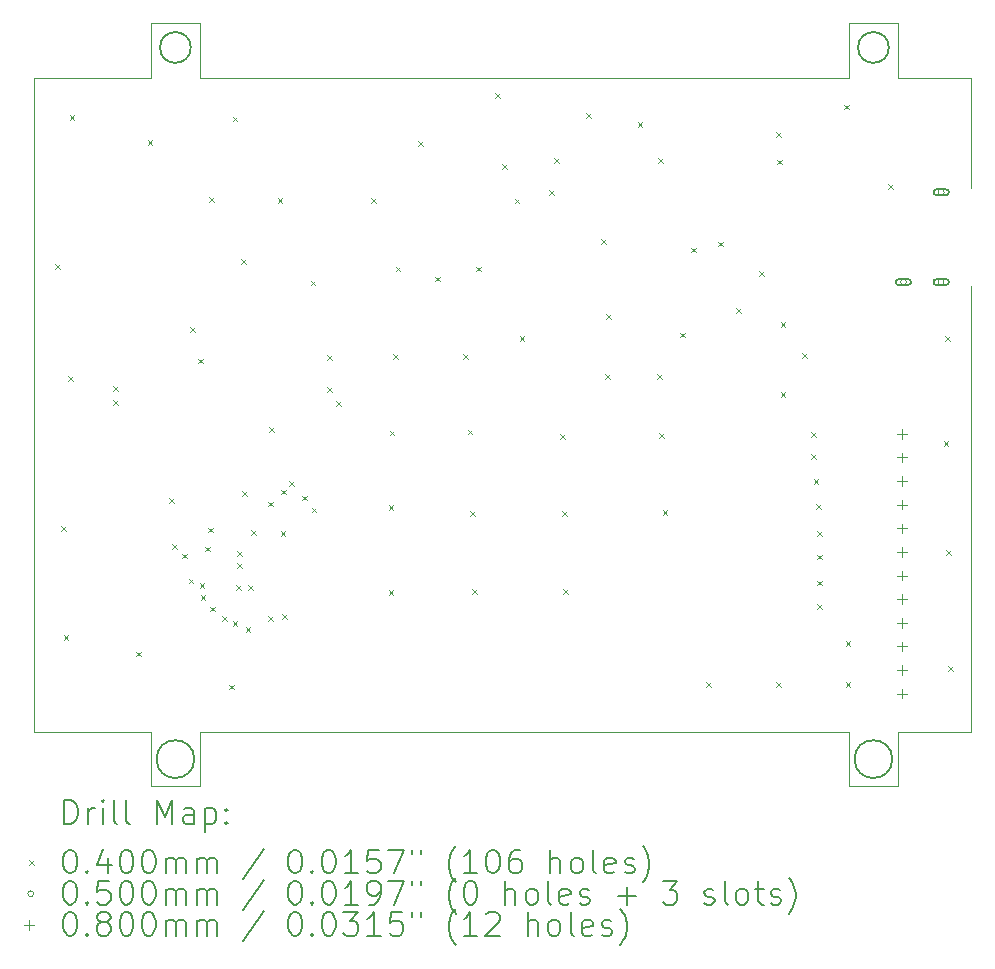
<source format=gbr>
%TF.GenerationSoftware,KiCad,Pcbnew,7.0.3*%
%TF.CreationDate,2023-06-15T19:22:04+02:00*%
%TF.ProjectId,osc_v2,6f73635f-7632-42e6-9b69-6361645f7063,rev?*%
%TF.SameCoordinates,Original*%
%TF.FileFunction,Drillmap*%
%TF.FilePolarity,Positive*%
%FSLAX45Y45*%
G04 Gerber Fmt 4.5, Leading zero omitted, Abs format (unit mm)*
G04 Created by KiCad (PCBNEW 7.0.3) date 2023-06-15 19:22:04*
%MOMM*%
%LPD*%
G01*
G04 APERTURE LIST*
%ADD10C,0.100000*%
%ADD11C,0.200000*%
%ADD12C,0.040000*%
%ADD13C,0.050000*%
%ADD14C,0.080000*%
G04 APERTURE END LIST*
D10*
X8016500Y-10680000D02*
X8016500Y-10220000D01*
X8015500Y-16681000D02*
X8015500Y-16221000D01*
D11*
X14290500Y-16450000D02*
G75*
G03*
X14290500Y-16450000I-160000J0D01*
G01*
D10*
X13925500Y-16221000D02*
X8425500Y-16221000D01*
X14955500Y-16221000D02*
X14335500Y-16221000D01*
D11*
X14260500Y-10425000D02*
G75*
G03*
X14260500Y-10425000I-130000J0D01*
G01*
D10*
X14954500Y-12441000D02*
X14955500Y-16221000D01*
X13926500Y-10220000D02*
X14336500Y-10220000D01*
X8425500Y-16221000D02*
X8425500Y-16681000D01*
D11*
X8380500Y-16450000D02*
G75*
G03*
X8380500Y-16450000I-160000J0D01*
G01*
D10*
X8015500Y-16221000D02*
X7025500Y-16220000D01*
X13925500Y-16681000D02*
X13925500Y-16221000D01*
X14954500Y-11611000D02*
X14954500Y-10681000D01*
X14335500Y-16681000D02*
X13925500Y-16681000D01*
D11*
X8350500Y-10425000D02*
G75*
G03*
X8350500Y-10425000I-130000J0D01*
G01*
D10*
X8426500Y-10220000D02*
X8426500Y-10680000D01*
X13926500Y-10680000D02*
X13926500Y-10220000D01*
X8425500Y-16681000D02*
X8015500Y-16681000D01*
X8016500Y-10220000D02*
X8426500Y-10220000D01*
X14336500Y-10220000D02*
X14336500Y-10680000D01*
X7025500Y-16220000D02*
X7026500Y-10680000D01*
X14335500Y-16221000D02*
X14335500Y-16681000D01*
X14336500Y-10680000D02*
X14954500Y-10681000D01*
X7026500Y-10680000D02*
X8016500Y-10680000D01*
X8426500Y-10680000D02*
X13926500Y-10680000D01*
D11*
D12*
X7205500Y-12260000D02*
X7245500Y-12300000D01*
X7245500Y-12260000D02*
X7205500Y-12300000D01*
X7255500Y-14480000D02*
X7295500Y-14520000D01*
X7295500Y-14480000D02*
X7255500Y-14520000D01*
X7275500Y-15400000D02*
X7315500Y-15440000D01*
X7315500Y-15400000D02*
X7275500Y-15440000D01*
X7315500Y-13210000D02*
X7355500Y-13250000D01*
X7355500Y-13210000D02*
X7315500Y-13250000D01*
X7325500Y-11000000D02*
X7365500Y-11040000D01*
X7365500Y-11000000D02*
X7325500Y-11040000D01*
X7695500Y-13290000D02*
X7735500Y-13330000D01*
X7735500Y-13290000D02*
X7695500Y-13330000D01*
X7695500Y-13410000D02*
X7735500Y-13450000D01*
X7735500Y-13410000D02*
X7695500Y-13450000D01*
X7885500Y-15540000D02*
X7925500Y-15580000D01*
X7925500Y-15540000D02*
X7885500Y-15580000D01*
X7985500Y-11210000D02*
X8025500Y-11250000D01*
X8025500Y-11210000D02*
X7985500Y-11250000D01*
X8165500Y-14240000D02*
X8205500Y-14280000D01*
X8205500Y-14240000D02*
X8165500Y-14280000D01*
X8195500Y-14630000D02*
X8235500Y-14670000D01*
X8235500Y-14630000D02*
X8195500Y-14670000D01*
X8276390Y-14710000D02*
X8316390Y-14750000D01*
X8316390Y-14710000D02*
X8276390Y-14750000D01*
X8333354Y-14921282D02*
X8373354Y-14961282D01*
X8373354Y-14921282D02*
X8333354Y-14961282D01*
X8345500Y-12790000D02*
X8385500Y-12830000D01*
X8385500Y-12790000D02*
X8345500Y-12830000D01*
X8415500Y-13060000D02*
X8455500Y-13100000D01*
X8455500Y-13060000D02*
X8415500Y-13100000D01*
X8425500Y-14960000D02*
X8465500Y-15000000D01*
X8465500Y-14960000D02*
X8425500Y-15000000D01*
X8435500Y-15060000D02*
X8475500Y-15100000D01*
X8475500Y-15060000D02*
X8435500Y-15100000D01*
X8475500Y-14650000D02*
X8515500Y-14690000D01*
X8515500Y-14650000D02*
X8475500Y-14690000D01*
X8495500Y-14490000D02*
X8535500Y-14530000D01*
X8535500Y-14490000D02*
X8495500Y-14530000D01*
X8505500Y-11690000D02*
X8545500Y-11730000D01*
X8545500Y-11690000D02*
X8505500Y-11730000D01*
X8515500Y-15160000D02*
X8555500Y-15200000D01*
X8555500Y-15160000D02*
X8515500Y-15200000D01*
X8614164Y-15239406D02*
X8654164Y-15279406D01*
X8654164Y-15239406D02*
X8614164Y-15279406D01*
X8675500Y-15820000D02*
X8715500Y-15860000D01*
X8715500Y-15820000D02*
X8675500Y-15860000D01*
X8705500Y-11010000D02*
X8745500Y-11050000D01*
X8745500Y-11010000D02*
X8705500Y-11050000D01*
X8705500Y-15280000D02*
X8745500Y-15320000D01*
X8745500Y-15280000D02*
X8705500Y-15320000D01*
X8735500Y-14980000D02*
X8775500Y-15020000D01*
X8775500Y-14980000D02*
X8735500Y-15020000D01*
X8745500Y-14690000D02*
X8785500Y-14730000D01*
X8785500Y-14690000D02*
X8745500Y-14730000D01*
X8745500Y-14790000D02*
X8785500Y-14830000D01*
X8785500Y-14790000D02*
X8745500Y-14830000D01*
X8775500Y-12220000D02*
X8815500Y-12260000D01*
X8815500Y-12220000D02*
X8775500Y-12260000D01*
X8785500Y-14180000D02*
X8825500Y-14220000D01*
X8825500Y-14180000D02*
X8785500Y-14220000D01*
X8815500Y-15330000D02*
X8855500Y-15370000D01*
X8855500Y-15330000D02*
X8815500Y-15370000D01*
X8835500Y-14980000D02*
X8875500Y-15020000D01*
X8875500Y-14980000D02*
X8835500Y-15020000D01*
X8860756Y-14510956D02*
X8900756Y-14550956D01*
X8900756Y-14510956D02*
X8860756Y-14550956D01*
X9005500Y-14270000D02*
X9045500Y-14310000D01*
X9045500Y-14270000D02*
X9005500Y-14310000D01*
X9008976Y-15239361D02*
X9048976Y-15279361D01*
X9048976Y-15239361D02*
X9008976Y-15279361D01*
X9015500Y-13640000D02*
X9055500Y-13680000D01*
X9055500Y-13640000D02*
X9015500Y-13680000D01*
X9085500Y-11700000D02*
X9125500Y-11740000D01*
X9125500Y-11700000D02*
X9085500Y-11740000D01*
X9110850Y-14521210D02*
X9150850Y-14561210D01*
X9150850Y-14521210D02*
X9110850Y-14561210D01*
X9114177Y-14168677D02*
X9154177Y-14208677D01*
X9154177Y-14168677D02*
X9114177Y-14208677D01*
X9125500Y-15220000D02*
X9165500Y-15260000D01*
X9165500Y-15220000D02*
X9125500Y-15260000D01*
X9186175Y-14099350D02*
X9226175Y-14139350D01*
X9226175Y-14099350D02*
X9186175Y-14139350D01*
X9295500Y-14220000D02*
X9335500Y-14260000D01*
X9335500Y-14220000D02*
X9295500Y-14260000D01*
X9365500Y-12400000D02*
X9405500Y-12440000D01*
X9405500Y-12400000D02*
X9365500Y-12440000D01*
X9375148Y-14320352D02*
X9415148Y-14360352D01*
X9415148Y-14320352D02*
X9375148Y-14360352D01*
X9505500Y-13030000D02*
X9545500Y-13070000D01*
X9545500Y-13030000D02*
X9505500Y-13070000D01*
X9505500Y-13300000D02*
X9545500Y-13340000D01*
X9545500Y-13300000D02*
X9505500Y-13340000D01*
X9579040Y-13417124D02*
X9619040Y-13457124D01*
X9619040Y-13417124D02*
X9579040Y-13457124D01*
X9875500Y-11700000D02*
X9915500Y-11740000D01*
X9915500Y-11700000D02*
X9875500Y-11740000D01*
X10025500Y-14300000D02*
X10065500Y-14340000D01*
X10065500Y-14300000D02*
X10025500Y-14340000D01*
X10025500Y-15020000D02*
X10065500Y-15060000D01*
X10065500Y-15020000D02*
X10025500Y-15060000D01*
X10035500Y-13670000D02*
X10075500Y-13710000D01*
X10075500Y-13670000D02*
X10035500Y-13710000D01*
X10065500Y-13020000D02*
X10105500Y-13060000D01*
X10105500Y-13020000D02*
X10065500Y-13060000D01*
X10085500Y-12280000D02*
X10125500Y-12320000D01*
X10125500Y-12280000D02*
X10085500Y-12320000D01*
X10275500Y-11216000D02*
X10315500Y-11256000D01*
X10315500Y-11216000D02*
X10275500Y-11256000D01*
X10422500Y-12364000D02*
X10462500Y-12404000D01*
X10462500Y-12364000D02*
X10422500Y-12404000D01*
X10655500Y-13020000D02*
X10695500Y-13060000D01*
X10695500Y-13020000D02*
X10655500Y-13060000D01*
X10695500Y-13660000D02*
X10735500Y-13700000D01*
X10735500Y-13660000D02*
X10695500Y-13700000D01*
X10715500Y-14350000D02*
X10755500Y-14390000D01*
X10755500Y-14350000D02*
X10715500Y-14390000D01*
X10735500Y-15010000D02*
X10775500Y-15050000D01*
X10775500Y-15010000D02*
X10735500Y-15050000D01*
X10765500Y-12280000D02*
X10805500Y-12320000D01*
X10805500Y-12280000D02*
X10765500Y-12320000D01*
X10925500Y-10810000D02*
X10965500Y-10850000D01*
X10965500Y-10810000D02*
X10925500Y-10850000D01*
X10985500Y-11410000D02*
X11025500Y-11450000D01*
X11025500Y-11410000D02*
X10985500Y-11450000D01*
X11092500Y-11705000D02*
X11132500Y-11745000D01*
X11132500Y-11705000D02*
X11092500Y-11745000D01*
X11135500Y-12870000D02*
X11175500Y-12910000D01*
X11175500Y-12870000D02*
X11135500Y-12910000D01*
X11385500Y-11630000D02*
X11425500Y-11670000D01*
X11425500Y-11630000D02*
X11385500Y-11670000D01*
X11427407Y-11359650D02*
X11467407Y-11399650D01*
X11467407Y-11359650D02*
X11427407Y-11399650D01*
X11475500Y-13700000D02*
X11515500Y-13740000D01*
X11515500Y-13700000D02*
X11475500Y-13740000D01*
X11495500Y-14350000D02*
X11535500Y-14390000D01*
X11535500Y-14350000D02*
X11495500Y-14390000D01*
X11505500Y-15010000D02*
X11545500Y-15050000D01*
X11545500Y-15010000D02*
X11505500Y-15050000D01*
X11695500Y-10980000D02*
X11735500Y-11020000D01*
X11735500Y-10980000D02*
X11695500Y-11020000D01*
X11825500Y-12050000D02*
X11865500Y-12090000D01*
X11865500Y-12050000D02*
X11825500Y-12090000D01*
X11856500Y-13191000D02*
X11896500Y-13231000D01*
X11896500Y-13191000D02*
X11856500Y-13231000D01*
X11865500Y-12680000D02*
X11905500Y-12720000D01*
X11905500Y-12680000D02*
X11865500Y-12720000D01*
X12135500Y-11060000D02*
X12175500Y-11100000D01*
X12175500Y-11060000D02*
X12135500Y-11100000D01*
X12297500Y-13190000D02*
X12337500Y-13230000D01*
X12337500Y-13190000D02*
X12297500Y-13230000D01*
X12306500Y-11363350D02*
X12346500Y-11403350D01*
X12346500Y-11363350D02*
X12306500Y-11403350D01*
X12315500Y-13690000D02*
X12355500Y-13730000D01*
X12355500Y-13690000D02*
X12315500Y-13730000D01*
X12345500Y-14340000D02*
X12385500Y-14380000D01*
X12385500Y-14340000D02*
X12345500Y-14380000D01*
X12495500Y-12839000D02*
X12535500Y-12879000D01*
X12535500Y-12839000D02*
X12495500Y-12879000D01*
X12585500Y-12120000D02*
X12625500Y-12160000D01*
X12625500Y-12120000D02*
X12585500Y-12160000D01*
X12715500Y-15800000D02*
X12755500Y-15840000D01*
X12755500Y-15800000D02*
X12715500Y-15840000D01*
X12817500Y-12068000D02*
X12857500Y-12108000D01*
X12857500Y-12068000D02*
X12817500Y-12108000D01*
X12965500Y-12630000D02*
X13005500Y-12670000D01*
X13005500Y-12630000D02*
X12965500Y-12670000D01*
X13165500Y-12320000D02*
X13205500Y-12360000D01*
X13205500Y-12320000D02*
X13165500Y-12360000D01*
X13305500Y-11140000D02*
X13345500Y-11180000D01*
X13345500Y-11140000D02*
X13305500Y-11180000D01*
X13305500Y-15800000D02*
X13345500Y-15840000D01*
X13345500Y-15800000D02*
X13305500Y-15840000D01*
X13314500Y-11374000D02*
X13354500Y-11414000D01*
X13354500Y-11374000D02*
X13314500Y-11414000D01*
X13345500Y-12750000D02*
X13385500Y-12790000D01*
X13385500Y-12750000D02*
X13345500Y-12790000D01*
X13345500Y-13340000D02*
X13385500Y-13380000D01*
X13385500Y-13340000D02*
X13345500Y-13380000D01*
X13525500Y-13010000D02*
X13565500Y-13050000D01*
X13565500Y-13010000D02*
X13525500Y-13050000D01*
X13605500Y-13680000D02*
X13645500Y-13720000D01*
X13645500Y-13680000D02*
X13605500Y-13720000D01*
X13605500Y-13870000D02*
X13645500Y-13910000D01*
X13645500Y-13870000D02*
X13605500Y-13910000D01*
X13625500Y-14080000D02*
X13665500Y-14120000D01*
X13665500Y-14080000D02*
X13625500Y-14120000D01*
X13645500Y-14290000D02*
X13685500Y-14330000D01*
X13685500Y-14290000D02*
X13645500Y-14330000D01*
X13655500Y-14520000D02*
X13695500Y-14560000D01*
X13695500Y-14520000D02*
X13655500Y-14560000D01*
X13655500Y-14720000D02*
X13695500Y-14760000D01*
X13695500Y-14720000D02*
X13655500Y-14760000D01*
X13655500Y-14940000D02*
X13695500Y-14980000D01*
X13695500Y-14940000D02*
X13655500Y-14980000D01*
X13655500Y-15140000D02*
X13695500Y-15180000D01*
X13695500Y-15140000D02*
X13655500Y-15180000D01*
X13885500Y-10910000D02*
X13925500Y-10950000D01*
X13925500Y-10910000D02*
X13885500Y-10950000D01*
X13895500Y-15450000D02*
X13935500Y-15490000D01*
X13935500Y-15450000D02*
X13895500Y-15490000D01*
X13895500Y-15800000D02*
X13935500Y-15840000D01*
X13935500Y-15800000D02*
X13895500Y-15840000D01*
X14255500Y-11580000D02*
X14295500Y-11620000D01*
X14295500Y-11580000D02*
X14255500Y-11620000D01*
X14725500Y-13760000D02*
X14765500Y-13800000D01*
X14765500Y-13760000D02*
X14725500Y-13800000D01*
X14735500Y-12870000D02*
X14775500Y-12910000D01*
X14775500Y-12870000D02*
X14735500Y-12910000D01*
X14745500Y-14680000D02*
X14785500Y-14720000D01*
X14785500Y-14680000D02*
X14745500Y-14720000D01*
X14765500Y-15660000D02*
X14805500Y-15700000D01*
X14805500Y-15660000D02*
X14765500Y-15700000D01*
D13*
X14409500Y-12411000D02*
G75*
G03*
X14409500Y-12411000I-25000J0D01*
G01*
D11*
X14424500Y-12386000D02*
X14344500Y-12386000D01*
X14344500Y-12386000D02*
G75*
G03*
X14344500Y-12436000I0J-25000D01*
G01*
X14344500Y-12436000D02*
X14424500Y-12436000D01*
X14424500Y-12436000D02*
G75*
G03*
X14424500Y-12386000I0J25000D01*
G01*
D13*
X14729500Y-11651000D02*
G75*
G03*
X14729500Y-11651000I-25000J0D01*
G01*
D11*
X14744500Y-11626000D02*
X14664500Y-11626000D01*
X14664500Y-11626000D02*
G75*
G03*
X14664500Y-11676000I0J-25000D01*
G01*
X14664500Y-11676000D02*
X14744500Y-11676000D01*
X14744500Y-11676000D02*
G75*
G03*
X14744500Y-11626000I0J25000D01*
G01*
D13*
X14729500Y-12411000D02*
G75*
G03*
X14729500Y-12411000I-25000J0D01*
G01*
D11*
X14744500Y-12386000D02*
X14664500Y-12386000D01*
X14664500Y-12386000D02*
G75*
G03*
X14664500Y-12436000I0J-25000D01*
G01*
X14664500Y-12436000D02*
X14744500Y-12436000D01*
X14744500Y-12436000D02*
G75*
G03*
X14744500Y-12386000I0J25000D01*
G01*
D14*
X14373500Y-13656000D02*
X14373500Y-13736000D01*
X14333500Y-13696000D02*
X14413500Y-13696000D01*
X14373500Y-13856000D02*
X14373500Y-13936000D01*
X14333500Y-13896000D02*
X14413500Y-13896000D01*
X14373500Y-14056000D02*
X14373500Y-14136000D01*
X14333500Y-14096000D02*
X14413500Y-14096000D01*
X14373500Y-14256000D02*
X14373500Y-14336000D01*
X14333500Y-14296000D02*
X14413500Y-14296000D01*
X14373500Y-14456000D02*
X14373500Y-14536000D01*
X14333500Y-14496000D02*
X14413500Y-14496000D01*
X14373500Y-14656000D02*
X14373500Y-14736000D01*
X14333500Y-14696000D02*
X14413500Y-14696000D01*
X14373500Y-14856000D02*
X14373500Y-14936000D01*
X14333500Y-14896000D02*
X14413500Y-14896000D01*
X14373500Y-15056000D02*
X14373500Y-15136000D01*
X14333500Y-15096000D02*
X14413500Y-15096000D01*
X14373500Y-15256000D02*
X14373500Y-15336000D01*
X14333500Y-15296000D02*
X14413500Y-15296000D01*
X14373500Y-15456000D02*
X14373500Y-15536000D01*
X14333500Y-15496000D02*
X14413500Y-15496000D01*
X14373500Y-15656000D02*
X14373500Y-15736000D01*
X14333500Y-15696000D02*
X14413500Y-15696000D01*
X14373500Y-15856000D02*
X14373500Y-15936000D01*
X14333500Y-15896000D02*
X14413500Y-15896000D01*
D11*
X7281277Y-16997484D02*
X7281277Y-16797484D01*
X7281277Y-16797484D02*
X7328896Y-16797484D01*
X7328896Y-16797484D02*
X7357467Y-16807008D01*
X7357467Y-16807008D02*
X7376515Y-16826055D01*
X7376515Y-16826055D02*
X7386039Y-16845103D01*
X7386039Y-16845103D02*
X7395562Y-16883198D01*
X7395562Y-16883198D02*
X7395562Y-16911770D01*
X7395562Y-16911770D02*
X7386039Y-16949865D01*
X7386039Y-16949865D02*
X7376515Y-16968912D01*
X7376515Y-16968912D02*
X7357467Y-16987960D01*
X7357467Y-16987960D02*
X7328896Y-16997484D01*
X7328896Y-16997484D02*
X7281277Y-16997484D01*
X7481277Y-16997484D02*
X7481277Y-16864150D01*
X7481277Y-16902246D02*
X7490801Y-16883198D01*
X7490801Y-16883198D02*
X7500324Y-16873674D01*
X7500324Y-16873674D02*
X7519372Y-16864150D01*
X7519372Y-16864150D02*
X7538420Y-16864150D01*
X7605086Y-16997484D02*
X7605086Y-16864150D01*
X7605086Y-16797484D02*
X7595562Y-16807008D01*
X7595562Y-16807008D02*
X7605086Y-16816531D01*
X7605086Y-16816531D02*
X7614610Y-16807008D01*
X7614610Y-16807008D02*
X7605086Y-16797484D01*
X7605086Y-16797484D02*
X7605086Y-16816531D01*
X7728896Y-16997484D02*
X7709848Y-16987960D01*
X7709848Y-16987960D02*
X7700324Y-16968912D01*
X7700324Y-16968912D02*
X7700324Y-16797484D01*
X7833658Y-16997484D02*
X7814610Y-16987960D01*
X7814610Y-16987960D02*
X7805086Y-16968912D01*
X7805086Y-16968912D02*
X7805086Y-16797484D01*
X8062229Y-16997484D02*
X8062229Y-16797484D01*
X8062229Y-16797484D02*
X8128896Y-16940341D01*
X8128896Y-16940341D02*
X8195562Y-16797484D01*
X8195562Y-16797484D02*
X8195562Y-16997484D01*
X8376515Y-16997484D02*
X8376515Y-16892722D01*
X8376515Y-16892722D02*
X8366991Y-16873674D01*
X8366991Y-16873674D02*
X8347943Y-16864150D01*
X8347943Y-16864150D02*
X8309848Y-16864150D01*
X8309848Y-16864150D02*
X8290801Y-16873674D01*
X8376515Y-16987960D02*
X8357467Y-16997484D01*
X8357467Y-16997484D02*
X8309848Y-16997484D01*
X8309848Y-16997484D02*
X8290801Y-16987960D01*
X8290801Y-16987960D02*
X8281277Y-16968912D01*
X8281277Y-16968912D02*
X8281277Y-16949865D01*
X8281277Y-16949865D02*
X8290801Y-16930817D01*
X8290801Y-16930817D02*
X8309848Y-16921293D01*
X8309848Y-16921293D02*
X8357467Y-16921293D01*
X8357467Y-16921293D02*
X8376515Y-16911770D01*
X8471753Y-16864150D02*
X8471753Y-17064150D01*
X8471753Y-16873674D02*
X8490801Y-16864150D01*
X8490801Y-16864150D02*
X8528896Y-16864150D01*
X8528896Y-16864150D02*
X8547944Y-16873674D01*
X8547944Y-16873674D02*
X8557467Y-16883198D01*
X8557467Y-16883198D02*
X8566991Y-16902246D01*
X8566991Y-16902246D02*
X8566991Y-16959389D01*
X8566991Y-16959389D02*
X8557467Y-16978436D01*
X8557467Y-16978436D02*
X8547944Y-16987960D01*
X8547944Y-16987960D02*
X8528896Y-16997484D01*
X8528896Y-16997484D02*
X8490801Y-16997484D01*
X8490801Y-16997484D02*
X8471753Y-16987960D01*
X8652705Y-16978436D02*
X8662229Y-16987960D01*
X8662229Y-16987960D02*
X8652705Y-16997484D01*
X8652705Y-16997484D02*
X8643182Y-16987960D01*
X8643182Y-16987960D02*
X8652705Y-16978436D01*
X8652705Y-16978436D02*
X8652705Y-16997484D01*
X8652705Y-16873674D02*
X8662229Y-16883198D01*
X8662229Y-16883198D02*
X8652705Y-16892722D01*
X8652705Y-16892722D02*
X8643182Y-16883198D01*
X8643182Y-16883198D02*
X8652705Y-16873674D01*
X8652705Y-16873674D02*
X8652705Y-16892722D01*
D12*
X6980500Y-17306000D02*
X7020500Y-17346000D01*
X7020500Y-17306000D02*
X6980500Y-17346000D01*
D11*
X7319372Y-17217484D02*
X7338420Y-17217484D01*
X7338420Y-17217484D02*
X7357467Y-17227008D01*
X7357467Y-17227008D02*
X7366991Y-17236531D01*
X7366991Y-17236531D02*
X7376515Y-17255579D01*
X7376515Y-17255579D02*
X7386039Y-17293674D01*
X7386039Y-17293674D02*
X7386039Y-17341293D01*
X7386039Y-17341293D02*
X7376515Y-17379389D01*
X7376515Y-17379389D02*
X7366991Y-17398436D01*
X7366991Y-17398436D02*
X7357467Y-17407960D01*
X7357467Y-17407960D02*
X7338420Y-17417484D01*
X7338420Y-17417484D02*
X7319372Y-17417484D01*
X7319372Y-17417484D02*
X7300324Y-17407960D01*
X7300324Y-17407960D02*
X7290801Y-17398436D01*
X7290801Y-17398436D02*
X7281277Y-17379389D01*
X7281277Y-17379389D02*
X7271753Y-17341293D01*
X7271753Y-17341293D02*
X7271753Y-17293674D01*
X7271753Y-17293674D02*
X7281277Y-17255579D01*
X7281277Y-17255579D02*
X7290801Y-17236531D01*
X7290801Y-17236531D02*
X7300324Y-17227008D01*
X7300324Y-17227008D02*
X7319372Y-17217484D01*
X7471753Y-17398436D02*
X7481277Y-17407960D01*
X7481277Y-17407960D02*
X7471753Y-17417484D01*
X7471753Y-17417484D02*
X7462229Y-17407960D01*
X7462229Y-17407960D02*
X7471753Y-17398436D01*
X7471753Y-17398436D02*
X7471753Y-17417484D01*
X7652705Y-17284150D02*
X7652705Y-17417484D01*
X7605086Y-17207960D02*
X7557467Y-17350817D01*
X7557467Y-17350817D02*
X7681277Y-17350817D01*
X7795562Y-17217484D02*
X7814610Y-17217484D01*
X7814610Y-17217484D02*
X7833658Y-17227008D01*
X7833658Y-17227008D02*
X7843182Y-17236531D01*
X7843182Y-17236531D02*
X7852705Y-17255579D01*
X7852705Y-17255579D02*
X7862229Y-17293674D01*
X7862229Y-17293674D02*
X7862229Y-17341293D01*
X7862229Y-17341293D02*
X7852705Y-17379389D01*
X7852705Y-17379389D02*
X7843182Y-17398436D01*
X7843182Y-17398436D02*
X7833658Y-17407960D01*
X7833658Y-17407960D02*
X7814610Y-17417484D01*
X7814610Y-17417484D02*
X7795562Y-17417484D01*
X7795562Y-17417484D02*
X7776515Y-17407960D01*
X7776515Y-17407960D02*
X7766991Y-17398436D01*
X7766991Y-17398436D02*
X7757467Y-17379389D01*
X7757467Y-17379389D02*
X7747943Y-17341293D01*
X7747943Y-17341293D02*
X7747943Y-17293674D01*
X7747943Y-17293674D02*
X7757467Y-17255579D01*
X7757467Y-17255579D02*
X7766991Y-17236531D01*
X7766991Y-17236531D02*
X7776515Y-17227008D01*
X7776515Y-17227008D02*
X7795562Y-17217484D01*
X7986039Y-17217484D02*
X8005086Y-17217484D01*
X8005086Y-17217484D02*
X8024134Y-17227008D01*
X8024134Y-17227008D02*
X8033658Y-17236531D01*
X8033658Y-17236531D02*
X8043182Y-17255579D01*
X8043182Y-17255579D02*
X8052705Y-17293674D01*
X8052705Y-17293674D02*
X8052705Y-17341293D01*
X8052705Y-17341293D02*
X8043182Y-17379389D01*
X8043182Y-17379389D02*
X8033658Y-17398436D01*
X8033658Y-17398436D02*
X8024134Y-17407960D01*
X8024134Y-17407960D02*
X8005086Y-17417484D01*
X8005086Y-17417484D02*
X7986039Y-17417484D01*
X7986039Y-17417484D02*
X7966991Y-17407960D01*
X7966991Y-17407960D02*
X7957467Y-17398436D01*
X7957467Y-17398436D02*
X7947943Y-17379389D01*
X7947943Y-17379389D02*
X7938420Y-17341293D01*
X7938420Y-17341293D02*
X7938420Y-17293674D01*
X7938420Y-17293674D02*
X7947943Y-17255579D01*
X7947943Y-17255579D02*
X7957467Y-17236531D01*
X7957467Y-17236531D02*
X7966991Y-17227008D01*
X7966991Y-17227008D02*
X7986039Y-17217484D01*
X8138420Y-17417484D02*
X8138420Y-17284150D01*
X8138420Y-17303198D02*
X8147943Y-17293674D01*
X8147943Y-17293674D02*
X8166991Y-17284150D01*
X8166991Y-17284150D02*
X8195563Y-17284150D01*
X8195563Y-17284150D02*
X8214610Y-17293674D01*
X8214610Y-17293674D02*
X8224134Y-17312722D01*
X8224134Y-17312722D02*
X8224134Y-17417484D01*
X8224134Y-17312722D02*
X8233658Y-17293674D01*
X8233658Y-17293674D02*
X8252705Y-17284150D01*
X8252705Y-17284150D02*
X8281277Y-17284150D01*
X8281277Y-17284150D02*
X8300324Y-17293674D01*
X8300324Y-17293674D02*
X8309848Y-17312722D01*
X8309848Y-17312722D02*
X8309848Y-17417484D01*
X8405086Y-17417484D02*
X8405086Y-17284150D01*
X8405086Y-17303198D02*
X8414610Y-17293674D01*
X8414610Y-17293674D02*
X8433658Y-17284150D01*
X8433658Y-17284150D02*
X8462229Y-17284150D01*
X8462229Y-17284150D02*
X8481277Y-17293674D01*
X8481277Y-17293674D02*
X8490801Y-17312722D01*
X8490801Y-17312722D02*
X8490801Y-17417484D01*
X8490801Y-17312722D02*
X8500325Y-17293674D01*
X8500325Y-17293674D02*
X8519372Y-17284150D01*
X8519372Y-17284150D02*
X8547944Y-17284150D01*
X8547944Y-17284150D02*
X8566991Y-17293674D01*
X8566991Y-17293674D02*
X8576515Y-17312722D01*
X8576515Y-17312722D02*
X8576515Y-17417484D01*
X8966991Y-17207960D02*
X8795563Y-17465103D01*
X9224134Y-17217484D02*
X9243182Y-17217484D01*
X9243182Y-17217484D02*
X9262229Y-17227008D01*
X9262229Y-17227008D02*
X9271753Y-17236531D01*
X9271753Y-17236531D02*
X9281277Y-17255579D01*
X9281277Y-17255579D02*
X9290801Y-17293674D01*
X9290801Y-17293674D02*
X9290801Y-17341293D01*
X9290801Y-17341293D02*
X9281277Y-17379389D01*
X9281277Y-17379389D02*
X9271753Y-17398436D01*
X9271753Y-17398436D02*
X9262229Y-17407960D01*
X9262229Y-17407960D02*
X9243182Y-17417484D01*
X9243182Y-17417484D02*
X9224134Y-17417484D01*
X9224134Y-17417484D02*
X9205087Y-17407960D01*
X9205087Y-17407960D02*
X9195563Y-17398436D01*
X9195563Y-17398436D02*
X9186039Y-17379389D01*
X9186039Y-17379389D02*
X9176515Y-17341293D01*
X9176515Y-17341293D02*
X9176515Y-17293674D01*
X9176515Y-17293674D02*
X9186039Y-17255579D01*
X9186039Y-17255579D02*
X9195563Y-17236531D01*
X9195563Y-17236531D02*
X9205087Y-17227008D01*
X9205087Y-17227008D02*
X9224134Y-17217484D01*
X9376515Y-17398436D02*
X9386039Y-17407960D01*
X9386039Y-17407960D02*
X9376515Y-17417484D01*
X9376515Y-17417484D02*
X9366991Y-17407960D01*
X9366991Y-17407960D02*
X9376515Y-17398436D01*
X9376515Y-17398436D02*
X9376515Y-17417484D01*
X9509848Y-17217484D02*
X9528896Y-17217484D01*
X9528896Y-17217484D02*
X9547944Y-17227008D01*
X9547944Y-17227008D02*
X9557468Y-17236531D01*
X9557468Y-17236531D02*
X9566991Y-17255579D01*
X9566991Y-17255579D02*
X9576515Y-17293674D01*
X9576515Y-17293674D02*
X9576515Y-17341293D01*
X9576515Y-17341293D02*
X9566991Y-17379389D01*
X9566991Y-17379389D02*
X9557468Y-17398436D01*
X9557468Y-17398436D02*
X9547944Y-17407960D01*
X9547944Y-17407960D02*
X9528896Y-17417484D01*
X9528896Y-17417484D02*
X9509848Y-17417484D01*
X9509848Y-17417484D02*
X9490801Y-17407960D01*
X9490801Y-17407960D02*
X9481277Y-17398436D01*
X9481277Y-17398436D02*
X9471753Y-17379389D01*
X9471753Y-17379389D02*
X9462229Y-17341293D01*
X9462229Y-17341293D02*
X9462229Y-17293674D01*
X9462229Y-17293674D02*
X9471753Y-17255579D01*
X9471753Y-17255579D02*
X9481277Y-17236531D01*
X9481277Y-17236531D02*
X9490801Y-17227008D01*
X9490801Y-17227008D02*
X9509848Y-17217484D01*
X9766991Y-17417484D02*
X9652706Y-17417484D01*
X9709848Y-17417484D02*
X9709848Y-17217484D01*
X9709848Y-17217484D02*
X9690801Y-17246055D01*
X9690801Y-17246055D02*
X9671753Y-17265103D01*
X9671753Y-17265103D02*
X9652706Y-17274627D01*
X9947944Y-17217484D02*
X9852706Y-17217484D01*
X9852706Y-17217484D02*
X9843182Y-17312722D01*
X9843182Y-17312722D02*
X9852706Y-17303198D01*
X9852706Y-17303198D02*
X9871753Y-17293674D01*
X9871753Y-17293674D02*
X9919372Y-17293674D01*
X9919372Y-17293674D02*
X9938420Y-17303198D01*
X9938420Y-17303198D02*
X9947944Y-17312722D01*
X9947944Y-17312722D02*
X9957468Y-17331770D01*
X9957468Y-17331770D02*
X9957468Y-17379389D01*
X9957468Y-17379389D02*
X9947944Y-17398436D01*
X9947944Y-17398436D02*
X9938420Y-17407960D01*
X9938420Y-17407960D02*
X9919372Y-17417484D01*
X9919372Y-17417484D02*
X9871753Y-17417484D01*
X9871753Y-17417484D02*
X9852706Y-17407960D01*
X9852706Y-17407960D02*
X9843182Y-17398436D01*
X10024134Y-17217484D02*
X10157468Y-17217484D01*
X10157468Y-17217484D02*
X10071753Y-17417484D01*
X10224134Y-17217484D02*
X10224134Y-17255579D01*
X10300325Y-17217484D02*
X10300325Y-17255579D01*
X10595563Y-17493674D02*
X10586039Y-17484150D01*
X10586039Y-17484150D02*
X10566991Y-17455579D01*
X10566991Y-17455579D02*
X10557468Y-17436531D01*
X10557468Y-17436531D02*
X10547944Y-17407960D01*
X10547944Y-17407960D02*
X10538420Y-17360341D01*
X10538420Y-17360341D02*
X10538420Y-17322246D01*
X10538420Y-17322246D02*
X10547944Y-17274627D01*
X10547944Y-17274627D02*
X10557468Y-17246055D01*
X10557468Y-17246055D02*
X10566991Y-17227008D01*
X10566991Y-17227008D02*
X10586039Y-17198436D01*
X10586039Y-17198436D02*
X10595563Y-17188912D01*
X10776515Y-17417484D02*
X10662230Y-17417484D01*
X10719372Y-17417484D02*
X10719372Y-17217484D01*
X10719372Y-17217484D02*
X10700325Y-17246055D01*
X10700325Y-17246055D02*
X10681277Y-17265103D01*
X10681277Y-17265103D02*
X10662230Y-17274627D01*
X10900325Y-17217484D02*
X10919372Y-17217484D01*
X10919372Y-17217484D02*
X10938420Y-17227008D01*
X10938420Y-17227008D02*
X10947944Y-17236531D01*
X10947944Y-17236531D02*
X10957468Y-17255579D01*
X10957468Y-17255579D02*
X10966991Y-17293674D01*
X10966991Y-17293674D02*
X10966991Y-17341293D01*
X10966991Y-17341293D02*
X10957468Y-17379389D01*
X10957468Y-17379389D02*
X10947944Y-17398436D01*
X10947944Y-17398436D02*
X10938420Y-17407960D01*
X10938420Y-17407960D02*
X10919372Y-17417484D01*
X10919372Y-17417484D02*
X10900325Y-17417484D01*
X10900325Y-17417484D02*
X10881277Y-17407960D01*
X10881277Y-17407960D02*
X10871753Y-17398436D01*
X10871753Y-17398436D02*
X10862230Y-17379389D01*
X10862230Y-17379389D02*
X10852706Y-17341293D01*
X10852706Y-17341293D02*
X10852706Y-17293674D01*
X10852706Y-17293674D02*
X10862230Y-17255579D01*
X10862230Y-17255579D02*
X10871753Y-17236531D01*
X10871753Y-17236531D02*
X10881277Y-17227008D01*
X10881277Y-17227008D02*
X10900325Y-17217484D01*
X11138420Y-17217484D02*
X11100325Y-17217484D01*
X11100325Y-17217484D02*
X11081277Y-17227008D01*
X11081277Y-17227008D02*
X11071753Y-17236531D01*
X11071753Y-17236531D02*
X11052706Y-17265103D01*
X11052706Y-17265103D02*
X11043182Y-17303198D01*
X11043182Y-17303198D02*
X11043182Y-17379389D01*
X11043182Y-17379389D02*
X11052706Y-17398436D01*
X11052706Y-17398436D02*
X11062230Y-17407960D01*
X11062230Y-17407960D02*
X11081277Y-17417484D01*
X11081277Y-17417484D02*
X11119372Y-17417484D01*
X11119372Y-17417484D02*
X11138420Y-17407960D01*
X11138420Y-17407960D02*
X11147944Y-17398436D01*
X11147944Y-17398436D02*
X11157468Y-17379389D01*
X11157468Y-17379389D02*
X11157468Y-17331770D01*
X11157468Y-17331770D02*
X11147944Y-17312722D01*
X11147944Y-17312722D02*
X11138420Y-17303198D01*
X11138420Y-17303198D02*
X11119372Y-17293674D01*
X11119372Y-17293674D02*
X11081277Y-17293674D01*
X11081277Y-17293674D02*
X11062230Y-17303198D01*
X11062230Y-17303198D02*
X11052706Y-17312722D01*
X11052706Y-17312722D02*
X11043182Y-17331770D01*
X11395563Y-17417484D02*
X11395563Y-17217484D01*
X11481277Y-17417484D02*
X11481277Y-17312722D01*
X11481277Y-17312722D02*
X11471753Y-17293674D01*
X11471753Y-17293674D02*
X11452706Y-17284150D01*
X11452706Y-17284150D02*
X11424134Y-17284150D01*
X11424134Y-17284150D02*
X11405087Y-17293674D01*
X11405087Y-17293674D02*
X11395563Y-17303198D01*
X11605087Y-17417484D02*
X11586039Y-17407960D01*
X11586039Y-17407960D02*
X11576515Y-17398436D01*
X11576515Y-17398436D02*
X11566991Y-17379389D01*
X11566991Y-17379389D02*
X11566991Y-17322246D01*
X11566991Y-17322246D02*
X11576515Y-17303198D01*
X11576515Y-17303198D02*
X11586039Y-17293674D01*
X11586039Y-17293674D02*
X11605087Y-17284150D01*
X11605087Y-17284150D02*
X11633658Y-17284150D01*
X11633658Y-17284150D02*
X11652706Y-17293674D01*
X11652706Y-17293674D02*
X11662230Y-17303198D01*
X11662230Y-17303198D02*
X11671753Y-17322246D01*
X11671753Y-17322246D02*
X11671753Y-17379389D01*
X11671753Y-17379389D02*
X11662230Y-17398436D01*
X11662230Y-17398436D02*
X11652706Y-17407960D01*
X11652706Y-17407960D02*
X11633658Y-17417484D01*
X11633658Y-17417484D02*
X11605087Y-17417484D01*
X11786039Y-17417484D02*
X11766991Y-17407960D01*
X11766991Y-17407960D02*
X11757468Y-17388912D01*
X11757468Y-17388912D02*
X11757468Y-17217484D01*
X11938420Y-17407960D02*
X11919372Y-17417484D01*
X11919372Y-17417484D02*
X11881277Y-17417484D01*
X11881277Y-17417484D02*
X11862230Y-17407960D01*
X11862230Y-17407960D02*
X11852706Y-17388912D01*
X11852706Y-17388912D02*
X11852706Y-17312722D01*
X11852706Y-17312722D02*
X11862230Y-17293674D01*
X11862230Y-17293674D02*
X11881277Y-17284150D01*
X11881277Y-17284150D02*
X11919372Y-17284150D01*
X11919372Y-17284150D02*
X11938420Y-17293674D01*
X11938420Y-17293674D02*
X11947944Y-17312722D01*
X11947944Y-17312722D02*
X11947944Y-17331770D01*
X11947944Y-17331770D02*
X11852706Y-17350817D01*
X12024134Y-17407960D02*
X12043182Y-17417484D01*
X12043182Y-17417484D02*
X12081277Y-17417484D01*
X12081277Y-17417484D02*
X12100325Y-17407960D01*
X12100325Y-17407960D02*
X12109849Y-17388912D01*
X12109849Y-17388912D02*
X12109849Y-17379389D01*
X12109849Y-17379389D02*
X12100325Y-17360341D01*
X12100325Y-17360341D02*
X12081277Y-17350817D01*
X12081277Y-17350817D02*
X12052706Y-17350817D01*
X12052706Y-17350817D02*
X12033658Y-17341293D01*
X12033658Y-17341293D02*
X12024134Y-17322246D01*
X12024134Y-17322246D02*
X12024134Y-17312722D01*
X12024134Y-17312722D02*
X12033658Y-17293674D01*
X12033658Y-17293674D02*
X12052706Y-17284150D01*
X12052706Y-17284150D02*
X12081277Y-17284150D01*
X12081277Y-17284150D02*
X12100325Y-17293674D01*
X12176515Y-17493674D02*
X12186039Y-17484150D01*
X12186039Y-17484150D02*
X12205087Y-17455579D01*
X12205087Y-17455579D02*
X12214611Y-17436531D01*
X12214611Y-17436531D02*
X12224134Y-17407960D01*
X12224134Y-17407960D02*
X12233658Y-17360341D01*
X12233658Y-17360341D02*
X12233658Y-17322246D01*
X12233658Y-17322246D02*
X12224134Y-17274627D01*
X12224134Y-17274627D02*
X12214611Y-17246055D01*
X12214611Y-17246055D02*
X12205087Y-17227008D01*
X12205087Y-17227008D02*
X12186039Y-17198436D01*
X12186039Y-17198436D02*
X12176515Y-17188912D01*
D13*
X7020500Y-17590000D02*
G75*
G03*
X7020500Y-17590000I-25000J0D01*
G01*
D11*
X7319372Y-17481484D02*
X7338420Y-17481484D01*
X7338420Y-17481484D02*
X7357467Y-17491008D01*
X7357467Y-17491008D02*
X7366991Y-17500531D01*
X7366991Y-17500531D02*
X7376515Y-17519579D01*
X7376515Y-17519579D02*
X7386039Y-17557674D01*
X7386039Y-17557674D02*
X7386039Y-17605293D01*
X7386039Y-17605293D02*
X7376515Y-17643389D01*
X7376515Y-17643389D02*
X7366991Y-17662436D01*
X7366991Y-17662436D02*
X7357467Y-17671960D01*
X7357467Y-17671960D02*
X7338420Y-17681484D01*
X7338420Y-17681484D02*
X7319372Y-17681484D01*
X7319372Y-17681484D02*
X7300324Y-17671960D01*
X7300324Y-17671960D02*
X7290801Y-17662436D01*
X7290801Y-17662436D02*
X7281277Y-17643389D01*
X7281277Y-17643389D02*
X7271753Y-17605293D01*
X7271753Y-17605293D02*
X7271753Y-17557674D01*
X7271753Y-17557674D02*
X7281277Y-17519579D01*
X7281277Y-17519579D02*
X7290801Y-17500531D01*
X7290801Y-17500531D02*
X7300324Y-17491008D01*
X7300324Y-17491008D02*
X7319372Y-17481484D01*
X7471753Y-17662436D02*
X7481277Y-17671960D01*
X7481277Y-17671960D02*
X7471753Y-17681484D01*
X7471753Y-17681484D02*
X7462229Y-17671960D01*
X7462229Y-17671960D02*
X7471753Y-17662436D01*
X7471753Y-17662436D02*
X7471753Y-17681484D01*
X7662229Y-17481484D02*
X7566991Y-17481484D01*
X7566991Y-17481484D02*
X7557467Y-17576722D01*
X7557467Y-17576722D02*
X7566991Y-17567198D01*
X7566991Y-17567198D02*
X7586039Y-17557674D01*
X7586039Y-17557674D02*
X7633658Y-17557674D01*
X7633658Y-17557674D02*
X7652705Y-17567198D01*
X7652705Y-17567198D02*
X7662229Y-17576722D01*
X7662229Y-17576722D02*
X7671753Y-17595770D01*
X7671753Y-17595770D02*
X7671753Y-17643389D01*
X7671753Y-17643389D02*
X7662229Y-17662436D01*
X7662229Y-17662436D02*
X7652705Y-17671960D01*
X7652705Y-17671960D02*
X7633658Y-17681484D01*
X7633658Y-17681484D02*
X7586039Y-17681484D01*
X7586039Y-17681484D02*
X7566991Y-17671960D01*
X7566991Y-17671960D02*
X7557467Y-17662436D01*
X7795562Y-17481484D02*
X7814610Y-17481484D01*
X7814610Y-17481484D02*
X7833658Y-17491008D01*
X7833658Y-17491008D02*
X7843182Y-17500531D01*
X7843182Y-17500531D02*
X7852705Y-17519579D01*
X7852705Y-17519579D02*
X7862229Y-17557674D01*
X7862229Y-17557674D02*
X7862229Y-17605293D01*
X7862229Y-17605293D02*
X7852705Y-17643389D01*
X7852705Y-17643389D02*
X7843182Y-17662436D01*
X7843182Y-17662436D02*
X7833658Y-17671960D01*
X7833658Y-17671960D02*
X7814610Y-17681484D01*
X7814610Y-17681484D02*
X7795562Y-17681484D01*
X7795562Y-17681484D02*
X7776515Y-17671960D01*
X7776515Y-17671960D02*
X7766991Y-17662436D01*
X7766991Y-17662436D02*
X7757467Y-17643389D01*
X7757467Y-17643389D02*
X7747943Y-17605293D01*
X7747943Y-17605293D02*
X7747943Y-17557674D01*
X7747943Y-17557674D02*
X7757467Y-17519579D01*
X7757467Y-17519579D02*
X7766991Y-17500531D01*
X7766991Y-17500531D02*
X7776515Y-17491008D01*
X7776515Y-17491008D02*
X7795562Y-17481484D01*
X7986039Y-17481484D02*
X8005086Y-17481484D01*
X8005086Y-17481484D02*
X8024134Y-17491008D01*
X8024134Y-17491008D02*
X8033658Y-17500531D01*
X8033658Y-17500531D02*
X8043182Y-17519579D01*
X8043182Y-17519579D02*
X8052705Y-17557674D01*
X8052705Y-17557674D02*
X8052705Y-17605293D01*
X8052705Y-17605293D02*
X8043182Y-17643389D01*
X8043182Y-17643389D02*
X8033658Y-17662436D01*
X8033658Y-17662436D02*
X8024134Y-17671960D01*
X8024134Y-17671960D02*
X8005086Y-17681484D01*
X8005086Y-17681484D02*
X7986039Y-17681484D01*
X7986039Y-17681484D02*
X7966991Y-17671960D01*
X7966991Y-17671960D02*
X7957467Y-17662436D01*
X7957467Y-17662436D02*
X7947943Y-17643389D01*
X7947943Y-17643389D02*
X7938420Y-17605293D01*
X7938420Y-17605293D02*
X7938420Y-17557674D01*
X7938420Y-17557674D02*
X7947943Y-17519579D01*
X7947943Y-17519579D02*
X7957467Y-17500531D01*
X7957467Y-17500531D02*
X7966991Y-17491008D01*
X7966991Y-17491008D02*
X7986039Y-17481484D01*
X8138420Y-17681484D02*
X8138420Y-17548150D01*
X8138420Y-17567198D02*
X8147943Y-17557674D01*
X8147943Y-17557674D02*
X8166991Y-17548150D01*
X8166991Y-17548150D02*
X8195563Y-17548150D01*
X8195563Y-17548150D02*
X8214610Y-17557674D01*
X8214610Y-17557674D02*
X8224134Y-17576722D01*
X8224134Y-17576722D02*
X8224134Y-17681484D01*
X8224134Y-17576722D02*
X8233658Y-17557674D01*
X8233658Y-17557674D02*
X8252705Y-17548150D01*
X8252705Y-17548150D02*
X8281277Y-17548150D01*
X8281277Y-17548150D02*
X8300324Y-17557674D01*
X8300324Y-17557674D02*
X8309848Y-17576722D01*
X8309848Y-17576722D02*
X8309848Y-17681484D01*
X8405086Y-17681484D02*
X8405086Y-17548150D01*
X8405086Y-17567198D02*
X8414610Y-17557674D01*
X8414610Y-17557674D02*
X8433658Y-17548150D01*
X8433658Y-17548150D02*
X8462229Y-17548150D01*
X8462229Y-17548150D02*
X8481277Y-17557674D01*
X8481277Y-17557674D02*
X8490801Y-17576722D01*
X8490801Y-17576722D02*
X8490801Y-17681484D01*
X8490801Y-17576722D02*
X8500325Y-17557674D01*
X8500325Y-17557674D02*
X8519372Y-17548150D01*
X8519372Y-17548150D02*
X8547944Y-17548150D01*
X8547944Y-17548150D02*
X8566991Y-17557674D01*
X8566991Y-17557674D02*
X8576515Y-17576722D01*
X8576515Y-17576722D02*
X8576515Y-17681484D01*
X8966991Y-17471960D02*
X8795563Y-17729103D01*
X9224134Y-17481484D02*
X9243182Y-17481484D01*
X9243182Y-17481484D02*
X9262229Y-17491008D01*
X9262229Y-17491008D02*
X9271753Y-17500531D01*
X9271753Y-17500531D02*
X9281277Y-17519579D01*
X9281277Y-17519579D02*
X9290801Y-17557674D01*
X9290801Y-17557674D02*
X9290801Y-17605293D01*
X9290801Y-17605293D02*
X9281277Y-17643389D01*
X9281277Y-17643389D02*
X9271753Y-17662436D01*
X9271753Y-17662436D02*
X9262229Y-17671960D01*
X9262229Y-17671960D02*
X9243182Y-17681484D01*
X9243182Y-17681484D02*
X9224134Y-17681484D01*
X9224134Y-17681484D02*
X9205087Y-17671960D01*
X9205087Y-17671960D02*
X9195563Y-17662436D01*
X9195563Y-17662436D02*
X9186039Y-17643389D01*
X9186039Y-17643389D02*
X9176515Y-17605293D01*
X9176515Y-17605293D02*
X9176515Y-17557674D01*
X9176515Y-17557674D02*
X9186039Y-17519579D01*
X9186039Y-17519579D02*
X9195563Y-17500531D01*
X9195563Y-17500531D02*
X9205087Y-17491008D01*
X9205087Y-17491008D02*
X9224134Y-17481484D01*
X9376515Y-17662436D02*
X9386039Y-17671960D01*
X9386039Y-17671960D02*
X9376515Y-17681484D01*
X9376515Y-17681484D02*
X9366991Y-17671960D01*
X9366991Y-17671960D02*
X9376515Y-17662436D01*
X9376515Y-17662436D02*
X9376515Y-17681484D01*
X9509848Y-17481484D02*
X9528896Y-17481484D01*
X9528896Y-17481484D02*
X9547944Y-17491008D01*
X9547944Y-17491008D02*
X9557468Y-17500531D01*
X9557468Y-17500531D02*
X9566991Y-17519579D01*
X9566991Y-17519579D02*
X9576515Y-17557674D01*
X9576515Y-17557674D02*
X9576515Y-17605293D01*
X9576515Y-17605293D02*
X9566991Y-17643389D01*
X9566991Y-17643389D02*
X9557468Y-17662436D01*
X9557468Y-17662436D02*
X9547944Y-17671960D01*
X9547944Y-17671960D02*
X9528896Y-17681484D01*
X9528896Y-17681484D02*
X9509848Y-17681484D01*
X9509848Y-17681484D02*
X9490801Y-17671960D01*
X9490801Y-17671960D02*
X9481277Y-17662436D01*
X9481277Y-17662436D02*
X9471753Y-17643389D01*
X9471753Y-17643389D02*
X9462229Y-17605293D01*
X9462229Y-17605293D02*
X9462229Y-17557674D01*
X9462229Y-17557674D02*
X9471753Y-17519579D01*
X9471753Y-17519579D02*
X9481277Y-17500531D01*
X9481277Y-17500531D02*
X9490801Y-17491008D01*
X9490801Y-17491008D02*
X9509848Y-17481484D01*
X9766991Y-17681484D02*
X9652706Y-17681484D01*
X9709848Y-17681484D02*
X9709848Y-17481484D01*
X9709848Y-17481484D02*
X9690801Y-17510055D01*
X9690801Y-17510055D02*
X9671753Y-17529103D01*
X9671753Y-17529103D02*
X9652706Y-17538627D01*
X9862229Y-17681484D02*
X9900325Y-17681484D01*
X9900325Y-17681484D02*
X9919372Y-17671960D01*
X9919372Y-17671960D02*
X9928896Y-17662436D01*
X9928896Y-17662436D02*
X9947944Y-17633865D01*
X9947944Y-17633865D02*
X9957468Y-17595770D01*
X9957468Y-17595770D02*
X9957468Y-17519579D01*
X9957468Y-17519579D02*
X9947944Y-17500531D01*
X9947944Y-17500531D02*
X9938420Y-17491008D01*
X9938420Y-17491008D02*
X9919372Y-17481484D01*
X9919372Y-17481484D02*
X9881277Y-17481484D01*
X9881277Y-17481484D02*
X9862229Y-17491008D01*
X9862229Y-17491008D02*
X9852706Y-17500531D01*
X9852706Y-17500531D02*
X9843182Y-17519579D01*
X9843182Y-17519579D02*
X9843182Y-17567198D01*
X9843182Y-17567198D02*
X9852706Y-17586246D01*
X9852706Y-17586246D02*
X9862229Y-17595770D01*
X9862229Y-17595770D02*
X9881277Y-17605293D01*
X9881277Y-17605293D02*
X9919372Y-17605293D01*
X9919372Y-17605293D02*
X9938420Y-17595770D01*
X9938420Y-17595770D02*
X9947944Y-17586246D01*
X9947944Y-17586246D02*
X9957468Y-17567198D01*
X10024134Y-17481484D02*
X10157468Y-17481484D01*
X10157468Y-17481484D02*
X10071753Y-17681484D01*
X10224134Y-17481484D02*
X10224134Y-17519579D01*
X10300325Y-17481484D02*
X10300325Y-17519579D01*
X10595563Y-17757674D02*
X10586039Y-17748150D01*
X10586039Y-17748150D02*
X10566991Y-17719579D01*
X10566991Y-17719579D02*
X10557468Y-17700531D01*
X10557468Y-17700531D02*
X10547944Y-17671960D01*
X10547944Y-17671960D02*
X10538420Y-17624341D01*
X10538420Y-17624341D02*
X10538420Y-17586246D01*
X10538420Y-17586246D02*
X10547944Y-17538627D01*
X10547944Y-17538627D02*
X10557468Y-17510055D01*
X10557468Y-17510055D02*
X10566991Y-17491008D01*
X10566991Y-17491008D02*
X10586039Y-17462436D01*
X10586039Y-17462436D02*
X10595563Y-17452912D01*
X10709849Y-17481484D02*
X10728896Y-17481484D01*
X10728896Y-17481484D02*
X10747944Y-17491008D01*
X10747944Y-17491008D02*
X10757468Y-17500531D01*
X10757468Y-17500531D02*
X10766991Y-17519579D01*
X10766991Y-17519579D02*
X10776515Y-17557674D01*
X10776515Y-17557674D02*
X10776515Y-17605293D01*
X10776515Y-17605293D02*
X10766991Y-17643389D01*
X10766991Y-17643389D02*
X10757468Y-17662436D01*
X10757468Y-17662436D02*
X10747944Y-17671960D01*
X10747944Y-17671960D02*
X10728896Y-17681484D01*
X10728896Y-17681484D02*
X10709849Y-17681484D01*
X10709849Y-17681484D02*
X10690801Y-17671960D01*
X10690801Y-17671960D02*
X10681277Y-17662436D01*
X10681277Y-17662436D02*
X10671753Y-17643389D01*
X10671753Y-17643389D02*
X10662230Y-17605293D01*
X10662230Y-17605293D02*
X10662230Y-17557674D01*
X10662230Y-17557674D02*
X10671753Y-17519579D01*
X10671753Y-17519579D02*
X10681277Y-17500531D01*
X10681277Y-17500531D02*
X10690801Y-17491008D01*
X10690801Y-17491008D02*
X10709849Y-17481484D01*
X11014611Y-17681484D02*
X11014611Y-17481484D01*
X11100325Y-17681484D02*
X11100325Y-17576722D01*
X11100325Y-17576722D02*
X11090801Y-17557674D01*
X11090801Y-17557674D02*
X11071753Y-17548150D01*
X11071753Y-17548150D02*
X11043182Y-17548150D01*
X11043182Y-17548150D02*
X11024134Y-17557674D01*
X11024134Y-17557674D02*
X11014611Y-17567198D01*
X11224134Y-17681484D02*
X11205087Y-17671960D01*
X11205087Y-17671960D02*
X11195563Y-17662436D01*
X11195563Y-17662436D02*
X11186039Y-17643389D01*
X11186039Y-17643389D02*
X11186039Y-17586246D01*
X11186039Y-17586246D02*
X11195563Y-17567198D01*
X11195563Y-17567198D02*
X11205087Y-17557674D01*
X11205087Y-17557674D02*
X11224134Y-17548150D01*
X11224134Y-17548150D02*
X11252706Y-17548150D01*
X11252706Y-17548150D02*
X11271753Y-17557674D01*
X11271753Y-17557674D02*
X11281277Y-17567198D01*
X11281277Y-17567198D02*
X11290801Y-17586246D01*
X11290801Y-17586246D02*
X11290801Y-17643389D01*
X11290801Y-17643389D02*
X11281277Y-17662436D01*
X11281277Y-17662436D02*
X11271753Y-17671960D01*
X11271753Y-17671960D02*
X11252706Y-17681484D01*
X11252706Y-17681484D02*
X11224134Y-17681484D01*
X11405087Y-17681484D02*
X11386039Y-17671960D01*
X11386039Y-17671960D02*
X11376515Y-17652912D01*
X11376515Y-17652912D02*
X11376515Y-17481484D01*
X11557468Y-17671960D02*
X11538420Y-17681484D01*
X11538420Y-17681484D02*
X11500325Y-17681484D01*
X11500325Y-17681484D02*
X11481277Y-17671960D01*
X11481277Y-17671960D02*
X11471753Y-17652912D01*
X11471753Y-17652912D02*
X11471753Y-17576722D01*
X11471753Y-17576722D02*
X11481277Y-17557674D01*
X11481277Y-17557674D02*
X11500325Y-17548150D01*
X11500325Y-17548150D02*
X11538420Y-17548150D01*
X11538420Y-17548150D02*
X11557468Y-17557674D01*
X11557468Y-17557674D02*
X11566991Y-17576722D01*
X11566991Y-17576722D02*
X11566991Y-17595770D01*
X11566991Y-17595770D02*
X11471753Y-17614817D01*
X11643182Y-17671960D02*
X11662230Y-17681484D01*
X11662230Y-17681484D02*
X11700325Y-17681484D01*
X11700325Y-17681484D02*
X11719372Y-17671960D01*
X11719372Y-17671960D02*
X11728896Y-17652912D01*
X11728896Y-17652912D02*
X11728896Y-17643389D01*
X11728896Y-17643389D02*
X11719372Y-17624341D01*
X11719372Y-17624341D02*
X11700325Y-17614817D01*
X11700325Y-17614817D02*
X11671753Y-17614817D01*
X11671753Y-17614817D02*
X11652706Y-17605293D01*
X11652706Y-17605293D02*
X11643182Y-17586246D01*
X11643182Y-17586246D02*
X11643182Y-17576722D01*
X11643182Y-17576722D02*
X11652706Y-17557674D01*
X11652706Y-17557674D02*
X11671753Y-17548150D01*
X11671753Y-17548150D02*
X11700325Y-17548150D01*
X11700325Y-17548150D02*
X11719372Y-17557674D01*
X11966992Y-17605293D02*
X12119373Y-17605293D01*
X12043182Y-17681484D02*
X12043182Y-17529103D01*
X12347944Y-17481484D02*
X12471753Y-17481484D01*
X12471753Y-17481484D02*
X12405087Y-17557674D01*
X12405087Y-17557674D02*
X12433658Y-17557674D01*
X12433658Y-17557674D02*
X12452706Y-17567198D01*
X12452706Y-17567198D02*
X12462230Y-17576722D01*
X12462230Y-17576722D02*
X12471753Y-17595770D01*
X12471753Y-17595770D02*
X12471753Y-17643389D01*
X12471753Y-17643389D02*
X12462230Y-17662436D01*
X12462230Y-17662436D02*
X12452706Y-17671960D01*
X12452706Y-17671960D02*
X12433658Y-17681484D01*
X12433658Y-17681484D02*
X12376515Y-17681484D01*
X12376515Y-17681484D02*
X12357468Y-17671960D01*
X12357468Y-17671960D02*
X12347944Y-17662436D01*
X12700325Y-17671960D02*
X12719373Y-17681484D01*
X12719373Y-17681484D02*
X12757468Y-17681484D01*
X12757468Y-17681484D02*
X12776515Y-17671960D01*
X12776515Y-17671960D02*
X12786039Y-17652912D01*
X12786039Y-17652912D02*
X12786039Y-17643389D01*
X12786039Y-17643389D02*
X12776515Y-17624341D01*
X12776515Y-17624341D02*
X12757468Y-17614817D01*
X12757468Y-17614817D02*
X12728896Y-17614817D01*
X12728896Y-17614817D02*
X12709849Y-17605293D01*
X12709849Y-17605293D02*
X12700325Y-17586246D01*
X12700325Y-17586246D02*
X12700325Y-17576722D01*
X12700325Y-17576722D02*
X12709849Y-17557674D01*
X12709849Y-17557674D02*
X12728896Y-17548150D01*
X12728896Y-17548150D02*
X12757468Y-17548150D01*
X12757468Y-17548150D02*
X12776515Y-17557674D01*
X12900325Y-17681484D02*
X12881277Y-17671960D01*
X12881277Y-17671960D02*
X12871754Y-17652912D01*
X12871754Y-17652912D02*
X12871754Y-17481484D01*
X13005087Y-17681484D02*
X12986039Y-17671960D01*
X12986039Y-17671960D02*
X12976515Y-17662436D01*
X12976515Y-17662436D02*
X12966992Y-17643389D01*
X12966992Y-17643389D02*
X12966992Y-17586246D01*
X12966992Y-17586246D02*
X12976515Y-17567198D01*
X12976515Y-17567198D02*
X12986039Y-17557674D01*
X12986039Y-17557674D02*
X13005087Y-17548150D01*
X13005087Y-17548150D02*
X13033658Y-17548150D01*
X13033658Y-17548150D02*
X13052706Y-17557674D01*
X13052706Y-17557674D02*
X13062230Y-17567198D01*
X13062230Y-17567198D02*
X13071754Y-17586246D01*
X13071754Y-17586246D02*
X13071754Y-17643389D01*
X13071754Y-17643389D02*
X13062230Y-17662436D01*
X13062230Y-17662436D02*
X13052706Y-17671960D01*
X13052706Y-17671960D02*
X13033658Y-17681484D01*
X13033658Y-17681484D02*
X13005087Y-17681484D01*
X13128896Y-17548150D02*
X13205087Y-17548150D01*
X13157468Y-17481484D02*
X13157468Y-17652912D01*
X13157468Y-17652912D02*
X13166992Y-17671960D01*
X13166992Y-17671960D02*
X13186039Y-17681484D01*
X13186039Y-17681484D02*
X13205087Y-17681484D01*
X13262230Y-17671960D02*
X13281277Y-17681484D01*
X13281277Y-17681484D02*
X13319373Y-17681484D01*
X13319373Y-17681484D02*
X13338420Y-17671960D01*
X13338420Y-17671960D02*
X13347944Y-17652912D01*
X13347944Y-17652912D02*
X13347944Y-17643389D01*
X13347944Y-17643389D02*
X13338420Y-17624341D01*
X13338420Y-17624341D02*
X13319373Y-17614817D01*
X13319373Y-17614817D02*
X13290801Y-17614817D01*
X13290801Y-17614817D02*
X13271754Y-17605293D01*
X13271754Y-17605293D02*
X13262230Y-17586246D01*
X13262230Y-17586246D02*
X13262230Y-17576722D01*
X13262230Y-17576722D02*
X13271754Y-17557674D01*
X13271754Y-17557674D02*
X13290801Y-17548150D01*
X13290801Y-17548150D02*
X13319373Y-17548150D01*
X13319373Y-17548150D02*
X13338420Y-17557674D01*
X13414611Y-17757674D02*
X13424135Y-17748150D01*
X13424135Y-17748150D02*
X13443182Y-17719579D01*
X13443182Y-17719579D02*
X13452706Y-17700531D01*
X13452706Y-17700531D02*
X13462230Y-17671960D01*
X13462230Y-17671960D02*
X13471754Y-17624341D01*
X13471754Y-17624341D02*
X13471754Y-17586246D01*
X13471754Y-17586246D02*
X13462230Y-17538627D01*
X13462230Y-17538627D02*
X13452706Y-17510055D01*
X13452706Y-17510055D02*
X13443182Y-17491008D01*
X13443182Y-17491008D02*
X13424135Y-17462436D01*
X13424135Y-17462436D02*
X13414611Y-17452912D01*
D14*
X6980500Y-17814000D02*
X6980500Y-17894000D01*
X6940500Y-17854000D02*
X7020500Y-17854000D01*
D11*
X7319372Y-17745484D02*
X7338420Y-17745484D01*
X7338420Y-17745484D02*
X7357467Y-17755008D01*
X7357467Y-17755008D02*
X7366991Y-17764531D01*
X7366991Y-17764531D02*
X7376515Y-17783579D01*
X7376515Y-17783579D02*
X7386039Y-17821674D01*
X7386039Y-17821674D02*
X7386039Y-17869293D01*
X7386039Y-17869293D02*
X7376515Y-17907389D01*
X7376515Y-17907389D02*
X7366991Y-17926436D01*
X7366991Y-17926436D02*
X7357467Y-17935960D01*
X7357467Y-17935960D02*
X7338420Y-17945484D01*
X7338420Y-17945484D02*
X7319372Y-17945484D01*
X7319372Y-17945484D02*
X7300324Y-17935960D01*
X7300324Y-17935960D02*
X7290801Y-17926436D01*
X7290801Y-17926436D02*
X7281277Y-17907389D01*
X7281277Y-17907389D02*
X7271753Y-17869293D01*
X7271753Y-17869293D02*
X7271753Y-17821674D01*
X7271753Y-17821674D02*
X7281277Y-17783579D01*
X7281277Y-17783579D02*
X7290801Y-17764531D01*
X7290801Y-17764531D02*
X7300324Y-17755008D01*
X7300324Y-17755008D02*
X7319372Y-17745484D01*
X7471753Y-17926436D02*
X7481277Y-17935960D01*
X7481277Y-17935960D02*
X7471753Y-17945484D01*
X7471753Y-17945484D02*
X7462229Y-17935960D01*
X7462229Y-17935960D02*
X7471753Y-17926436D01*
X7471753Y-17926436D02*
X7471753Y-17945484D01*
X7595562Y-17831198D02*
X7576515Y-17821674D01*
X7576515Y-17821674D02*
X7566991Y-17812150D01*
X7566991Y-17812150D02*
X7557467Y-17793103D01*
X7557467Y-17793103D02*
X7557467Y-17783579D01*
X7557467Y-17783579D02*
X7566991Y-17764531D01*
X7566991Y-17764531D02*
X7576515Y-17755008D01*
X7576515Y-17755008D02*
X7595562Y-17745484D01*
X7595562Y-17745484D02*
X7633658Y-17745484D01*
X7633658Y-17745484D02*
X7652705Y-17755008D01*
X7652705Y-17755008D02*
X7662229Y-17764531D01*
X7662229Y-17764531D02*
X7671753Y-17783579D01*
X7671753Y-17783579D02*
X7671753Y-17793103D01*
X7671753Y-17793103D02*
X7662229Y-17812150D01*
X7662229Y-17812150D02*
X7652705Y-17821674D01*
X7652705Y-17821674D02*
X7633658Y-17831198D01*
X7633658Y-17831198D02*
X7595562Y-17831198D01*
X7595562Y-17831198D02*
X7576515Y-17840722D01*
X7576515Y-17840722D02*
X7566991Y-17850246D01*
X7566991Y-17850246D02*
X7557467Y-17869293D01*
X7557467Y-17869293D02*
X7557467Y-17907389D01*
X7557467Y-17907389D02*
X7566991Y-17926436D01*
X7566991Y-17926436D02*
X7576515Y-17935960D01*
X7576515Y-17935960D02*
X7595562Y-17945484D01*
X7595562Y-17945484D02*
X7633658Y-17945484D01*
X7633658Y-17945484D02*
X7652705Y-17935960D01*
X7652705Y-17935960D02*
X7662229Y-17926436D01*
X7662229Y-17926436D02*
X7671753Y-17907389D01*
X7671753Y-17907389D02*
X7671753Y-17869293D01*
X7671753Y-17869293D02*
X7662229Y-17850246D01*
X7662229Y-17850246D02*
X7652705Y-17840722D01*
X7652705Y-17840722D02*
X7633658Y-17831198D01*
X7795562Y-17745484D02*
X7814610Y-17745484D01*
X7814610Y-17745484D02*
X7833658Y-17755008D01*
X7833658Y-17755008D02*
X7843182Y-17764531D01*
X7843182Y-17764531D02*
X7852705Y-17783579D01*
X7852705Y-17783579D02*
X7862229Y-17821674D01*
X7862229Y-17821674D02*
X7862229Y-17869293D01*
X7862229Y-17869293D02*
X7852705Y-17907389D01*
X7852705Y-17907389D02*
X7843182Y-17926436D01*
X7843182Y-17926436D02*
X7833658Y-17935960D01*
X7833658Y-17935960D02*
X7814610Y-17945484D01*
X7814610Y-17945484D02*
X7795562Y-17945484D01*
X7795562Y-17945484D02*
X7776515Y-17935960D01*
X7776515Y-17935960D02*
X7766991Y-17926436D01*
X7766991Y-17926436D02*
X7757467Y-17907389D01*
X7757467Y-17907389D02*
X7747943Y-17869293D01*
X7747943Y-17869293D02*
X7747943Y-17821674D01*
X7747943Y-17821674D02*
X7757467Y-17783579D01*
X7757467Y-17783579D02*
X7766991Y-17764531D01*
X7766991Y-17764531D02*
X7776515Y-17755008D01*
X7776515Y-17755008D02*
X7795562Y-17745484D01*
X7986039Y-17745484D02*
X8005086Y-17745484D01*
X8005086Y-17745484D02*
X8024134Y-17755008D01*
X8024134Y-17755008D02*
X8033658Y-17764531D01*
X8033658Y-17764531D02*
X8043182Y-17783579D01*
X8043182Y-17783579D02*
X8052705Y-17821674D01*
X8052705Y-17821674D02*
X8052705Y-17869293D01*
X8052705Y-17869293D02*
X8043182Y-17907389D01*
X8043182Y-17907389D02*
X8033658Y-17926436D01*
X8033658Y-17926436D02*
X8024134Y-17935960D01*
X8024134Y-17935960D02*
X8005086Y-17945484D01*
X8005086Y-17945484D02*
X7986039Y-17945484D01*
X7986039Y-17945484D02*
X7966991Y-17935960D01*
X7966991Y-17935960D02*
X7957467Y-17926436D01*
X7957467Y-17926436D02*
X7947943Y-17907389D01*
X7947943Y-17907389D02*
X7938420Y-17869293D01*
X7938420Y-17869293D02*
X7938420Y-17821674D01*
X7938420Y-17821674D02*
X7947943Y-17783579D01*
X7947943Y-17783579D02*
X7957467Y-17764531D01*
X7957467Y-17764531D02*
X7966991Y-17755008D01*
X7966991Y-17755008D02*
X7986039Y-17745484D01*
X8138420Y-17945484D02*
X8138420Y-17812150D01*
X8138420Y-17831198D02*
X8147943Y-17821674D01*
X8147943Y-17821674D02*
X8166991Y-17812150D01*
X8166991Y-17812150D02*
X8195563Y-17812150D01*
X8195563Y-17812150D02*
X8214610Y-17821674D01*
X8214610Y-17821674D02*
X8224134Y-17840722D01*
X8224134Y-17840722D02*
X8224134Y-17945484D01*
X8224134Y-17840722D02*
X8233658Y-17821674D01*
X8233658Y-17821674D02*
X8252705Y-17812150D01*
X8252705Y-17812150D02*
X8281277Y-17812150D01*
X8281277Y-17812150D02*
X8300324Y-17821674D01*
X8300324Y-17821674D02*
X8309848Y-17840722D01*
X8309848Y-17840722D02*
X8309848Y-17945484D01*
X8405086Y-17945484D02*
X8405086Y-17812150D01*
X8405086Y-17831198D02*
X8414610Y-17821674D01*
X8414610Y-17821674D02*
X8433658Y-17812150D01*
X8433658Y-17812150D02*
X8462229Y-17812150D01*
X8462229Y-17812150D02*
X8481277Y-17821674D01*
X8481277Y-17821674D02*
X8490801Y-17840722D01*
X8490801Y-17840722D02*
X8490801Y-17945484D01*
X8490801Y-17840722D02*
X8500325Y-17821674D01*
X8500325Y-17821674D02*
X8519372Y-17812150D01*
X8519372Y-17812150D02*
X8547944Y-17812150D01*
X8547944Y-17812150D02*
X8566991Y-17821674D01*
X8566991Y-17821674D02*
X8576515Y-17840722D01*
X8576515Y-17840722D02*
X8576515Y-17945484D01*
X8966991Y-17735960D02*
X8795563Y-17993103D01*
X9224134Y-17745484D02*
X9243182Y-17745484D01*
X9243182Y-17745484D02*
X9262229Y-17755008D01*
X9262229Y-17755008D02*
X9271753Y-17764531D01*
X9271753Y-17764531D02*
X9281277Y-17783579D01*
X9281277Y-17783579D02*
X9290801Y-17821674D01*
X9290801Y-17821674D02*
X9290801Y-17869293D01*
X9290801Y-17869293D02*
X9281277Y-17907389D01*
X9281277Y-17907389D02*
X9271753Y-17926436D01*
X9271753Y-17926436D02*
X9262229Y-17935960D01*
X9262229Y-17935960D02*
X9243182Y-17945484D01*
X9243182Y-17945484D02*
X9224134Y-17945484D01*
X9224134Y-17945484D02*
X9205087Y-17935960D01*
X9205087Y-17935960D02*
X9195563Y-17926436D01*
X9195563Y-17926436D02*
X9186039Y-17907389D01*
X9186039Y-17907389D02*
X9176515Y-17869293D01*
X9176515Y-17869293D02*
X9176515Y-17821674D01*
X9176515Y-17821674D02*
X9186039Y-17783579D01*
X9186039Y-17783579D02*
X9195563Y-17764531D01*
X9195563Y-17764531D02*
X9205087Y-17755008D01*
X9205087Y-17755008D02*
X9224134Y-17745484D01*
X9376515Y-17926436D02*
X9386039Y-17935960D01*
X9386039Y-17935960D02*
X9376515Y-17945484D01*
X9376515Y-17945484D02*
X9366991Y-17935960D01*
X9366991Y-17935960D02*
X9376515Y-17926436D01*
X9376515Y-17926436D02*
X9376515Y-17945484D01*
X9509848Y-17745484D02*
X9528896Y-17745484D01*
X9528896Y-17745484D02*
X9547944Y-17755008D01*
X9547944Y-17755008D02*
X9557468Y-17764531D01*
X9557468Y-17764531D02*
X9566991Y-17783579D01*
X9566991Y-17783579D02*
X9576515Y-17821674D01*
X9576515Y-17821674D02*
X9576515Y-17869293D01*
X9576515Y-17869293D02*
X9566991Y-17907389D01*
X9566991Y-17907389D02*
X9557468Y-17926436D01*
X9557468Y-17926436D02*
X9547944Y-17935960D01*
X9547944Y-17935960D02*
X9528896Y-17945484D01*
X9528896Y-17945484D02*
X9509848Y-17945484D01*
X9509848Y-17945484D02*
X9490801Y-17935960D01*
X9490801Y-17935960D02*
X9481277Y-17926436D01*
X9481277Y-17926436D02*
X9471753Y-17907389D01*
X9471753Y-17907389D02*
X9462229Y-17869293D01*
X9462229Y-17869293D02*
X9462229Y-17821674D01*
X9462229Y-17821674D02*
X9471753Y-17783579D01*
X9471753Y-17783579D02*
X9481277Y-17764531D01*
X9481277Y-17764531D02*
X9490801Y-17755008D01*
X9490801Y-17755008D02*
X9509848Y-17745484D01*
X9643182Y-17745484D02*
X9766991Y-17745484D01*
X9766991Y-17745484D02*
X9700325Y-17821674D01*
X9700325Y-17821674D02*
X9728896Y-17821674D01*
X9728896Y-17821674D02*
X9747944Y-17831198D01*
X9747944Y-17831198D02*
X9757468Y-17840722D01*
X9757468Y-17840722D02*
X9766991Y-17859770D01*
X9766991Y-17859770D02*
X9766991Y-17907389D01*
X9766991Y-17907389D02*
X9757468Y-17926436D01*
X9757468Y-17926436D02*
X9747944Y-17935960D01*
X9747944Y-17935960D02*
X9728896Y-17945484D01*
X9728896Y-17945484D02*
X9671753Y-17945484D01*
X9671753Y-17945484D02*
X9652706Y-17935960D01*
X9652706Y-17935960D02*
X9643182Y-17926436D01*
X9957468Y-17945484D02*
X9843182Y-17945484D01*
X9900325Y-17945484D02*
X9900325Y-17745484D01*
X9900325Y-17745484D02*
X9881277Y-17774055D01*
X9881277Y-17774055D02*
X9862229Y-17793103D01*
X9862229Y-17793103D02*
X9843182Y-17802627D01*
X10138420Y-17745484D02*
X10043182Y-17745484D01*
X10043182Y-17745484D02*
X10033658Y-17840722D01*
X10033658Y-17840722D02*
X10043182Y-17831198D01*
X10043182Y-17831198D02*
X10062229Y-17821674D01*
X10062229Y-17821674D02*
X10109849Y-17821674D01*
X10109849Y-17821674D02*
X10128896Y-17831198D01*
X10128896Y-17831198D02*
X10138420Y-17840722D01*
X10138420Y-17840722D02*
X10147944Y-17859770D01*
X10147944Y-17859770D02*
X10147944Y-17907389D01*
X10147944Y-17907389D02*
X10138420Y-17926436D01*
X10138420Y-17926436D02*
X10128896Y-17935960D01*
X10128896Y-17935960D02*
X10109849Y-17945484D01*
X10109849Y-17945484D02*
X10062229Y-17945484D01*
X10062229Y-17945484D02*
X10043182Y-17935960D01*
X10043182Y-17935960D02*
X10033658Y-17926436D01*
X10224134Y-17745484D02*
X10224134Y-17783579D01*
X10300325Y-17745484D02*
X10300325Y-17783579D01*
X10595563Y-18021674D02*
X10586039Y-18012150D01*
X10586039Y-18012150D02*
X10566991Y-17983579D01*
X10566991Y-17983579D02*
X10557468Y-17964531D01*
X10557468Y-17964531D02*
X10547944Y-17935960D01*
X10547944Y-17935960D02*
X10538420Y-17888341D01*
X10538420Y-17888341D02*
X10538420Y-17850246D01*
X10538420Y-17850246D02*
X10547944Y-17802627D01*
X10547944Y-17802627D02*
X10557468Y-17774055D01*
X10557468Y-17774055D02*
X10566991Y-17755008D01*
X10566991Y-17755008D02*
X10586039Y-17726436D01*
X10586039Y-17726436D02*
X10595563Y-17716912D01*
X10776515Y-17945484D02*
X10662230Y-17945484D01*
X10719372Y-17945484D02*
X10719372Y-17745484D01*
X10719372Y-17745484D02*
X10700325Y-17774055D01*
X10700325Y-17774055D02*
X10681277Y-17793103D01*
X10681277Y-17793103D02*
X10662230Y-17802627D01*
X10852706Y-17764531D02*
X10862230Y-17755008D01*
X10862230Y-17755008D02*
X10881277Y-17745484D01*
X10881277Y-17745484D02*
X10928896Y-17745484D01*
X10928896Y-17745484D02*
X10947944Y-17755008D01*
X10947944Y-17755008D02*
X10957468Y-17764531D01*
X10957468Y-17764531D02*
X10966991Y-17783579D01*
X10966991Y-17783579D02*
X10966991Y-17802627D01*
X10966991Y-17802627D02*
X10957468Y-17831198D01*
X10957468Y-17831198D02*
X10843182Y-17945484D01*
X10843182Y-17945484D02*
X10966991Y-17945484D01*
X11205087Y-17945484D02*
X11205087Y-17745484D01*
X11290801Y-17945484D02*
X11290801Y-17840722D01*
X11290801Y-17840722D02*
X11281277Y-17821674D01*
X11281277Y-17821674D02*
X11262230Y-17812150D01*
X11262230Y-17812150D02*
X11233658Y-17812150D01*
X11233658Y-17812150D02*
X11214610Y-17821674D01*
X11214610Y-17821674D02*
X11205087Y-17831198D01*
X11414610Y-17945484D02*
X11395563Y-17935960D01*
X11395563Y-17935960D02*
X11386039Y-17926436D01*
X11386039Y-17926436D02*
X11376515Y-17907389D01*
X11376515Y-17907389D02*
X11376515Y-17850246D01*
X11376515Y-17850246D02*
X11386039Y-17831198D01*
X11386039Y-17831198D02*
X11395563Y-17821674D01*
X11395563Y-17821674D02*
X11414610Y-17812150D01*
X11414610Y-17812150D02*
X11443182Y-17812150D01*
X11443182Y-17812150D02*
X11462230Y-17821674D01*
X11462230Y-17821674D02*
X11471753Y-17831198D01*
X11471753Y-17831198D02*
X11481277Y-17850246D01*
X11481277Y-17850246D02*
X11481277Y-17907389D01*
X11481277Y-17907389D02*
X11471753Y-17926436D01*
X11471753Y-17926436D02*
X11462230Y-17935960D01*
X11462230Y-17935960D02*
X11443182Y-17945484D01*
X11443182Y-17945484D02*
X11414610Y-17945484D01*
X11595563Y-17945484D02*
X11576515Y-17935960D01*
X11576515Y-17935960D02*
X11566991Y-17916912D01*
X11566991Y-17916912D02*
X11566991Y-17745484D01*
X11747944Y-17935960D02*
X11728896Y-17945484D01*
X11728896Y-17945484D02*
X11690801Y-17945484D01*
X11690801Y-17945484D02*
X11671753Y-17935960D01*
X11671753Y-17935960D02*
X11662230Y-17916912D01*
X11662230Y-17916912D02*
X11662230Y-17840722D01*
X11662230Y-17840722D02*
X11671753Y-17821674D01*
X11671753Y-17821674D02*
X11690801Y-17812150D01*
X11690801Y-17812150D02*
X11728896Y-17812150D01*
X11728896Y-17812150D02*
X11747944Y-17821674D01*
X11747944Y-17821674D02*
X11757468Y-17840722D01*
X11757468Y-17840722D02*
X11757468Y-17859770D01*
X11757468Y-17859770D02*
X11662230Y-17878817D01*
X11833658Y-17935960D02*
X11852706Y-17945484D01*
X11852706Y-17945484D02*
X11890801Y-17945484D01*
X11890801Y-17945484D02*
X11909849Y-17935960D01*
X11909849Y-17935960D02*
X11919372Y-17916912D01*
X11919372Y-17916912D02*
X11919372Y-17907389D01*
X11919372Y-17907389D02*
X11909849Y-17888341D01*
X11909849Y-17888341D02*
X11890801Y-17878817D01*
X11890801Y-17878817D02*
X11862230Y-17878817D01*
X11862230Y-17878817D02*
X11843182Y-17869293D01*
X11843182Y-17869293D02*
X11833658Y-17850246D01*
X11833658Y-17850246D02*
X11833658Y-17840722D01*
X11833658Y-17840722D02*
X11843182Y-17821674D01*
X11843182Y-17821674D02*
X11862230Y-17812150D01*
X11862230Y-17812150D02*
X11890801Y-17812150D01*
X11890801Y-17812150D02*
X11909849Y-17821674D01*
X11986039Y-18021674D02*
X11995563Y-18012150D01*
X11995563Y-18012150D02*
X12014611Y-17983579D01*
X12014611Y-17983579D02*
X12024134Y-17964531D01*
X12024134Y-17964531D02*
X12033658Y-17935960D01*
X12033658Y-17935960D02*
X12043182Y-17888341D01*
X12043182Y-17888341D02*
X12043182Y-17850246D01*
X12043182Y-17850246D02*
X12033658Y-17802627D01*
X12033658Y-17802627D02*
X12024134Y-17774055D01*
X12024134Y-17774055D02*
X12014611Y-17755008D01*
X12014611Y-17755008D02*
X11995563Y-17726436D01*
X11995563Y-17726436D02*
X11986039Y-17716912D01*
M02*

</source>
